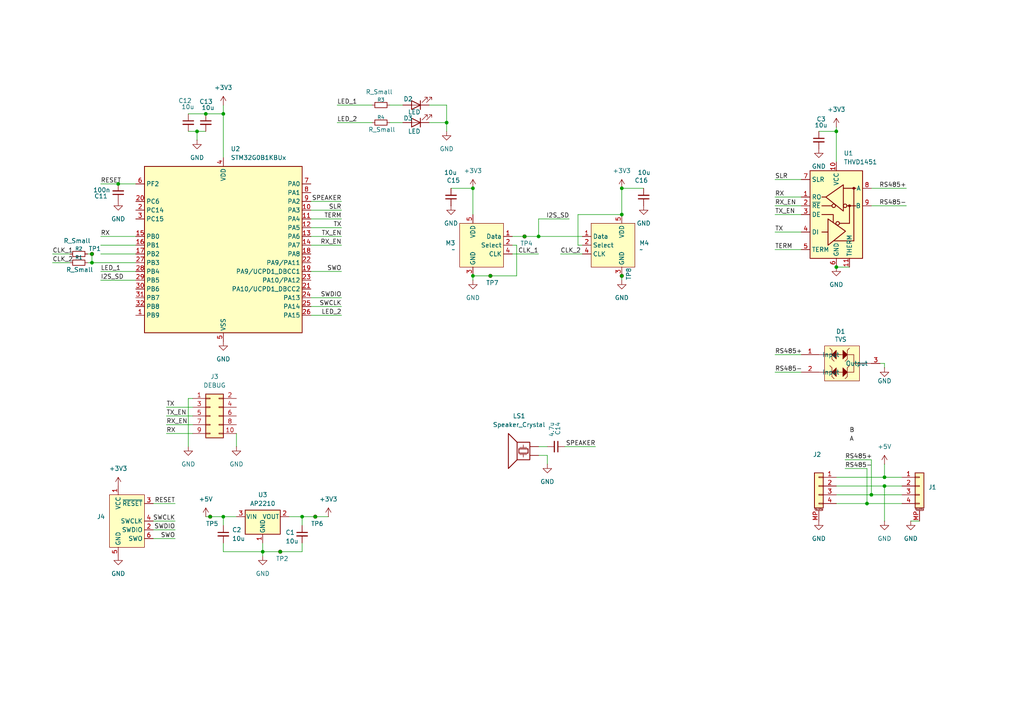
<source format=kicad_sch>
(kicad_sch (version 20250114) (generator "eeschema") (generator_version "9.0")
  (paper "A4")
  (lib_symbols
    (symbol "Connector:Conn_ARM_SWD_TagConnect_TC2030-NL" (in_bom no)
      (property "Reference" "J" (at 2.54 11.43 0))
      (property "Value" "Conn_ARM_SWD_TagConnect_TC2030-NL" (at 2.54 8.89 0))
      (symbol "Conn_ARM_SWD_TagConnect_TC2030-NL_0_0"
        (pin power_in line (at -2.54 10.16 270) (length 2.54) (name "VCC") (number "1"))
        (pin power_in line (at -2.54 -10.16 90) (length 2.54) (name "GND") (number "5"))
        (pin open_collector line (at 7.62 5.08 180) (length 2.54) (name "~{RESET}") (number "3"))
        (pin output line (at 7.62 0 180) (length 2.54) (name "SWCLK") (number "4"))
        (pin bidirectional line (at 7.62 -2.54 180) (length 2.54) (name "SWDIO") (number "2"))
        (pin input line (at 7.62 -5.08 180) (length 2.54) (name "SWO") (number "6"))
      )
      (symbol "Conn_ARM_SWD_TagConnect_TC2030-NL_0_1"
        (rectangle (start -5.08 7.62) (end 5.08 -7.62) (fill (type background)))
      )
    )
    (symbol "Connector:TestPoint_Small" (pin_numbers (hide yes)) (pin_names (offset 0.762) (hide yes))
      (property "Reference" "TP" (at 0 3.81 0))
      (property "Value" "TestPoint_Small" (at 0 2.032 0))
      (symbol "TestPoint_Small_0_1"
        (circle (center 0 0) (radius 0.508))
      )
      (symbol "TestPoint_Small_1_1"
        (pin passive line (at 0 0 90) (length 0) (name "1") (number "1"))
      )
    )
    (symbol "Connector_Generic:Conn_02x05_Odd_Even" (pin_names (offset 1.016) (hide yes))
      (property "Reference" "J" (at 1.27 7.62 0))
      (property "Value" "Conn_02x05_Odd_Even" (at 1.27 -7.62 0))
      (symbol "Conn_02x05_Odd_Even_1_1"
        (rectangle (start -1.27 6.35) (end 3.81 -6.35) (stroke (width 0.254)) (fill (type background)))
        (rectangle (start -1.27 5.207) (end 0 4.953) (stroke (width 0.1524)))
        (rectangle (start -1.27 2.667) (end 0 2.413) (stroke (width 0.1524)))
        (rectangle (start -1.27 0.127) (end 0 -0.127) (stroke (width 0.1524)))
        (rectangle (start -1.27 -2.413) (end 0 -2.667) (stroke (width 0.1524)))
        (rectangle (start -1.27 -4.953) (end 0 -5.207) (stroke (width 0.1524)))
        (rectangle (start 3.81 5.207) (end 2.54 4.953) (stroke (width 0.1524)))
        (rectangle (start 3.81 2.667) (end 2.54 2.413) (stroke (width 0.1524)))
        (rectangle (start 3.81 0.127) (end 2.54 -0.127) (stroke (width 0.1524)))
        (rectangle (start 3.81 -2.413) (end 2.54 -2.667) (stroke (width 0.1524)))
        (rectangle (start 3.81 -4.953) (end 2.54 -5.207) (stroke (width 0.1524)))
        (pin passive line (at -5.08 5.08 0) (length 3.81) (name "Pin_1") (number "1"))
        (pin passive line (at -5.08 2.54 0) (length 3.81) (name "Pin_3") (number "3"))
        (pin passive line (at -5.08 0 0) (length 3.81) (name "Pin_5") (number "5"))
        (pin passive line (at -5.08 -2.54 0) (length 3.81) (name "Pin_7") (number "7"))
        (pin passive line (at -5.08 -5.08 0) (length 3.81) (name "Pin_9") (number "9"))
        (pin passive line (at 7.62 5.08 180) (length 3.81) (name "Pin_2") (number "2"))
        (pin passive line (at 7.62 2.54 180) (length 3.81) (name "Pin_4") (number "4"))
        (pin passive line (at 7.62 0 180) (length 3.81) (name "Pin_6") (number "6"))
        (pin passive line (at 7.62 -2.54 180) (length 3.81) (name "Pin_8") (number "8"))
        (pin passive line (at 7.62 -5.08 180) (length 3.81) (name "Pin_10") (number "10"))
      )
    )
    (symbol "Connector_Generic_MountingPin:Conn_01x04_MountingPin" (pin_names (offset 1.016) (hide yes))
      (property "Reference" "J" (at 0 5.08 0))
      (property "Value" "Conn_01x04_MountingPin" (at 1.27 -7.62 0))
      (symbol "Conn_01x04_MountingPin_1_1"
        (rectangle (start -1.27 3.81) (end 1.27 -6.35) (stroke (width 0.254)) (fill (type background)))
        (rectangle (start -1.27 2.667) (end 0 2.413) (stroke (width 0.1524)))
        (rectangle (start -1.27 0.127) (end 0 -0.127) (stroke (width 0.1524)))
        (rectangle (start -1.27 -2.413) (end 0 -2.667) (stroke (width 0.1524)))
        (rectangle (start -1.27 -4.953) (end 0 -5.207) (stroke (width 0.1524)))
        (polyline (pts (xy -1.016 -7.112) (xy 1.016 -7.112)) (stroke (width 0.1524)))
        (text "Mounting" (at 0 -6.731 0) (effects (font (size 0.381 0.381))))
        (pin passive line (at -5.08 2.54 0) (length 3.81) (name "Pin_1") (number "1"))
        (pin passive line (at -5.08 0 0) (length 3.81) (name "Pin_2") (number "2"))
        (pin passive line (at -5.08 -2.54 0) (length 3.81) (name "Pin_3") (number "3"))
        (pin passive line (at -5.08 -5.08 0) (length 3.81) (name "Pin_4") (number "4"))
        (pin passive line (at 0 -10.16 90) (length 3.048) (name "MountPin") (number "MP"))
      )
    )
    (symbol "Device:C_Small" (pin_numbers (hide yes)) (pin_names (offset 0.254) (hide yes))
      (property "Reference" "C" (at 0.254 1.778 0))
      (property "Value" "C_Small" (at 0.254 -2.032 0))
      (symbol "C_Small_0_1"
        (polyline (pts (xy -1.524 0.508) (xy 1.524 0.508)) (stroke (width 0.3048)))
        (polyline (pts (xy -1.524 -0.508) (xy 1.524 -0.508)) (stroke (width 0.3302)))
      )
      (symbol "C_Small_1_1"
        (pin passive line (at 0 2.54 270) (length 2.032) (name "~") (number "1"))
        (pin passive line (at 0 -2.54 90) (length 2.032) (name "~") (number "2"))
      )
    )
    (symbol "Device:LED" (pin_numbers (hide yes)) (pin_names (offset 1.016) (hide yes))
      (property "Reference" "D" (at 0 2.54 0))
      (property "Value" "LED" (at 0 -2.54 0))
      (symbol "LED_0_1"
        (polyline (pts (xy -3.048 -0.762) (xy -4.572 -2.286) (xy -3.81 -2.286) (xy -4.572 -2.286) (xy -4.572 -1.524)))
        (polyline (pts (xy -1.778 -0.762) (xy -3.302 -2.286) (xy -2.54 -2.286) (xy -3.302 -2.286) (xy -3.302 -1.524)))
        (polyline (pts (xy -1.27 0) (xy 1.27 0)))
        (polyline (pts (xy -1.27 -1.27) (xy -1.27 1.27)) (stroke (width 0.254)))
        (polyline (pts (xy 1.27 -1.27) (xy 1.27 1.27) (xy -1.27 0) (xy 1.27 -1.27)) (stroke (width 0.254)))
      )
      (symbol "LED_1_1"
        (pin passive line (at -3.81 0 0) (length 2.54) (name "K") (number "1"))
        (pin passive line (at 3.81 0 180) (length 2.54) (name "A") (number "2"))
      )
    )
    (symbol "Device:R_Small" (pin_numbers (hide yes)) (pin_names (offset 0.254) (hide yes))
      (property "Reference" "R" (at 0 0 90))
      (property "Value" "R_Small" (at 1.778 0 90))
      (symbol "R_Small_0_1"
        (rectangle (start -0.762 1.778) (end 0.762 -1.778) (stroke (width 0.2032)))
      )
      (symbol "R_Small_1_1"
        (pin passive line (at 0 2.54 270) (length 0.762) (name "~") (number "1"))
        (pin passive line (at 0 -2.54 90) (length 0.762) (name "~") (number "2"))
      )
    )
    (symbol "Device:Speaker_Crystal" (pin_numbers (hide yes)) (pin_names (offset 0) (hide yes))
      (property "Reference" "LS" (at 0.635 5.715 0))
      (property "Value" "Speaker_Crystal" (at 0.635 3.81 0))
      (symbol "Speaker_Crystal_0_0"
        (rectangle (start -2.54 1.27) (end 1.143 -3.81) (stroke (width 0.254)))
        (rectangle (start -2.032 -0.635) (end 0.635 -1.905) (stroke (width 0.254)))
        (polyline (pts (xy -1.651 -0.254) (xy 0.381 -0.254)))
        (polyline (pts (xy -1.651 -2.286) (xy 0.381 -2.286)))
        (polyline (pts (xy -0.635 -0.254) (xy -0.635 0.508)))
        (polyline (pts (xy -0.635 -2.286) (xy -0.635 -3.048)))
        (polyline (pts (xy 1.143 1.27) (xy 3.683 3.81) (xy 3.683 -6.35) (xy 1.143 -3.81)) (stroke (width 0.254)))
      )
      (symbol "Speaker_Crystal_1_1"
        (pin input line (at -5.08 0 0) (length 2.54) (name "1") (number "1"))
        (pin input line (at -5.08 -2.54 0) (length 2.54) (name "2") (number "2"))
      )
    )
    (symbol "MCU_ST_STM32G0:STM32G0B1KBUx"
      (property "Reference" "U" (at -22.86 26.67 0))
      (property "Value" "STM32G0B1KBUx" (at 2.54 26.67 0))
      (symbol "STM32G0B1KBUx_0_1"
        (rectangle (start -22.86 -22.86) (end 22.86 25.4) (stroke (width 0.254)) (fill (type background)))
      )
      (symbol "STM32G0B1KBUx_1_1"
        (pin bidirectional line (at -25.4 20.32 0) (length 2.54) (name "PF2") (number "6"))
        (pin bidirectional line (at -25.4 15.24 0) (length 2.54) (name "PC6") (number "20"))
        (pin bidirectional line (at -25.4 12.7 0) (length 2.54) (name "PC14") (number "2"))
        (pin bidirectional line (at -25.4 10.16 0) (length 2.54) (name "PC15") (number "3"))
        (pin bidirectional line (at -25.4 5.08 0) (length 2.54) (name "PB0") (number "15"))
        (pin bidirectional line (at -25.4 2.54 0) (length 2.54) (name "PB1") (number "16"))
        (pin bidirectional line (at -25.4 0 0) (length 2.54) (name "PB2") (number "17"))
        (pin bidirectional line (at -25.4 -2.54 0) (length 2.54) (name "PB3") (number "27"))
        (pin bidirectional line (at -25.4 -5.08 0) (length 2.54) (name "PB4") (number "28"))
        (pin bidirectional line (at -25.4 -7.62 0) (length 2.54) (name "PB5") (number "29"))
        (pin bidirectional line (at -25.4 -10.16 0) (length 2.54) (name "PB6") (number "30"))
        (pin bidirectional line (at -25.4 -12.7 0) (length 2.54) (name "PB7") (number "31"))
        (pin bidirectional line (at -25.4 -15.24 0) (length 2.54) (name "PB8") (number "32"))
        (pin bidirectional line (at -25.4 -17.78 0) (length 2.54) (name "PB9") (number "1"))
        (pin power_in line (at 0 27.94 270) (length 2.54) (name "VDD") (number "4"))
        (pin passive line (at 0 -25.4 90) (length 2.54) (hide yes) (name "VSS") (number "33"))
        (pin power_in line (at 0 -25.4 90) (length 2.54) (name "VSS") (number "5"))
        (pin bidirectional line (at 25.4 20.32 180) (length 2.54) (name "PA0") (number "7"))
        (pin bidirectional line (at 25.4 17.78 180) (length 2.54) (name "PA1") (number "8"))
        (pin bidirectional line (at 25.4 15.24 180) (length 2.54) (name "PA2") (number "9"))
        (pin bidirectional line (at 25.4 12.7 180) (length 2.54) (name "PA3") (number "10"))
        (pin bidirectional line (at 25.4 10.16 180) (length 2.54) (name "PA4") (number "11"))
        (pin bidirectional line (at 25.4 7.62 180) (length 2.54) (name "PA5") (number "12"))
        (pin bidirectional line (at 25.4 5.08 180) (length 2.54) (name "PA6") (number "13"))
        (pin bidirectional line (at 25.4 2.54 180) (length 2.54) (name "PA7") (number "14"))
        (pin bidirectional line (at 25.4 0 180) (length 2.54) (name "PA8") (number "18"))
        (pin bidirectional line (at 25.4 -2.54 180) (length 2.54) (name "PA9/PA11") (number "22"))
        (pin bidirectional line (at 25.4 -5.08 180) (length 2.54) (name "PA9/UCPD1_DBCC1") (number "19"))
        (pin bidirectional line (at 25.4 -7.62 180) (length 2.54) (name "PA10/PA12") (number "23"))
        (pin bidirectional line (at 25.4 -10.16 180) (length 2.54) (name "PA10/UCPD1_DBCC2") (number "21"))
        (pin bidirectional line (at 25.4 -12.7 180) (length 2.54) (name "PA13") (number "24"))
        (pin bidirectional line (at 25.4 -15.24 180) (length 2.54) (name "PA14") (number "25"))
        (pin bidirectional line (at 25.4 -17.78 180) (length 2.54) (name "PA15") (number "26"))
      )
    )
    (symbol "glv:CDSOT23-T24CAN" (pin_names (offset 1.016))
      (property "Reference" "D1" (at 0 9.271 0))
      (property "Value" "CAN_TVS" (at 0 6.9596 0))
      (symbol "CDSOT23-T24CAN_1_1"
        (rectangle (start -4.6736 5.08) (end 5.4356 -5.08) (fill (type background)))
        (polyline (pts (xy -2.54 3.81) (xy -3.175 4.445)))
        (polyline (pts (xy -2.54 3.81) (xy -2.54 1.27)))
        (polyline (pts (xy -2.54 2.54) (xy -1.905 3.175) (xy -1.905 1.905) (xy -2.54 2.54)) (fill (type outline)))
        (polyline (pts (xy -2.54 2.54) (xy -1.27 3.81) (xy -1.27 1.27) (xy -2.54 2.54)) (fill (type outline)))
        (polyline (pts (xy -2.54 1.27) (xy -1.905 0.635)))
        (polyline (pts (xy -2.54 -1.27) (xy -3.175 -0.635)))
        (polyline (pts (xy -2.54 -1.27) (xy -2.54 -3.81)))
        (polyline (pts (xy -2.54 -2.54) (xy -1.905 -1.905) (xy -1.905 -3.175) (xy -2.54 -2.54)) (fill (type outline)))
        (polyline (pts (xy -2.54 -2.54) (xy -1.27 -1.27) (xy -1.27 -3.81) (xy -2.54 -2.54)) (fill (type outline)))
        (polyline (pts (xy -2.54 -3.81) (xy -1.905 -4.445)))
        (polyline (pts (xy -1.27 2.54) (xy -6.35 2.54)))
        (polyline (pts (xy -1.27 -2.54) (xy -6.35 -2.54)))
        (polyline (pts (xy -0.635 2.54) (xy 1.27 2.54)))
        (polyline (pts (xy -0.635 -2.54) (xy -1.27 -2.54)))
        (polyline (pts (xy -0.635 -2.54) (xy 1.27 -2.54)))
        (polyline (pts (xy 0 2.54) (xy -1.27 2.54)))
        (polyline (pts (xy 1.27 3.175) (xy 1.27 1.905) (xy 1.905 2.54) (xy 1.27 3.175)) (fill (type outline)))
        (polyline (pts (xy 1.27 -2.54) (xy 3.81 -2.54)))
        (polyline (pts (xy 1.27 -2.54) (xy 1.27 -1.905) (xy 1.905 -2.54) (xy 1.27 -3.175) (xy 1.27 -2.54)) (fill (type outline)))
        (polyline (pts (xy 1.905 3.81) (xy 2.54 4.445)))
        (polyline (pts (xy 1.905 2.54) (xy 0.635 3.81) (xy 0.635 1.27) (xy 1.905 2.54)) (fill (type outline)))
        (polyline (pts (xy 1.905 1.27) (xy 1.27 0.635)))
        (polyline (pts (xy 1.905 1.27) (xy 1.905 3.81)))
        (polyline (pts (xy 1.905 -2.54) (xy 0.635 -1.27) (xy 0.635 -3.81) (xy 1.905 -2.54)) (fill (type outline)))
        (polyline (pts (xy 1.905 -3.81) (xy 1.27 -4.445)))
        (polyline (pts (xy 1.905 -3.81) (xy 1.905 -1.27) (xy 2.54 -0.635)))
        (polyline (pts (xy 2.54 -0.635) (xy 2.54 -0.635)))
        (polyline (pts (xy 3.81 2.54) (xy 1.27 2.54)))
        (polyline (pts (xy 3.81 0) (xy 3.81 2.54)))
        (polyline (pts (xy 3.81 0) (xy 3.81 -2.54)))
        (polyline (pts (xy 8.89 0) (xy 3.81 0)))
        (pin input line (at -11.43 2.54 0) (length 5.08) (name "Input") (number "1"))
        (pin input line (at -11.43 -2.54 0) (length 5.08) (name "Input") (number "2"))
        (pin output line (at 11.43 0 180) (length 2.54) (name "Output") (number "3"))
      )
    )
    (symbol "goatworks:AP2210" (pin_names (offset 0.254))
      (property "Reference" "U3" (at 0 6.35 0))
      (property "Value" "AP2210" (at 0 3.81 0))
      (symbol "AP2210_0_1"
        (rectangle (start -5.08 1.905) (end 5.08 -5.08) (stroke (width 0.254)) (fill (type background)))
      )
      (symbol "AP2210_1_1"
        (pin power_in line (at -7.62 0 0) (length 2.54) (name "VIN") (number "3"))
        (pin power_in line (at 0 -7.62 90) (length 2.54) (name "GND") (number "1"))
        (pin power_out line (at 7.62 0 180) (length 2.54) (name "VOUT") (number "2"))
      )
    )
    (symbol "goatworks:T3902"
      (property "Reference" "M" (at -4.826 0 0))
      (symbol "T3902_1_1"
        (rectangle (start -6.35 6.35) (end 6.35 -6.35) (fill (type background)))
        (pin input line (at -2.54 8.89 270) (length 2.54) (name "VDD") (number "5"))
        (pin input line (at -2.54 -8.89 90) (length 2.54) (name "GND") (number "3"))
        (pin output line (at 8.89 2.54 180) (length 2.54) (name "Data") (number "1"))
        (pin input line (at 8.89 0 180) (length 2.54) (name "Select") (number "2"))
        (pin input line (at 8.89 -2.54 180) (length 2.54) (name "CLK") (number "4"))
      )
    )
    (symbol "goatworks:THVD1451"
      (property "Reference" "U" (at -6.985 13.97 0))
      (property "Value" "THVD1451" (at 1.905 13.97 0))
      (symbol "THVD1451_0_1"
        (rectangle (start -7.62 12.7) (end 7.62 -12.7) (stroke (width 0.254)) (fill (type background)))
        (polyline (pts (xy -4.191 2.54) (xy -1.27 2.54)) (stroke (width 0.254)))
        (polyline (pts (xy -4.191 0) (xy -0.889 0) (xy -0.889 -2.286)) (stroke (width 0.254)))
        (polyline (pts (xy -3.175 5.08) (xy -4.191 5.08) (xy -4.064 5.08)) (stroke (width 0.254)))
        (polyline (pts (xy -2.54 -5.08) (xy -4.191 -5.08)) (stroke (width 0.254)))
        (polyline (pts (xy -2.413 -5.08) (xy -2.413 -1.27) (xy 2.667 -4.826) (xy -2.413 -8.89) (xy -2.413 -5.08)) (stroke (width 0.254)))
        (polyline (pts (xy -0.635 -7.62) (xy 5.08 -7.62)) (stroke (width 0.254)))
        (circle (center 0.381 -2.54) (radius 0.508) (stroke (width 0.254)))
        (polyline (pts (xy 0.889 -2.54) (xy 3.81 -2.54)) (stroke (width 0.254)))
        (polyline (pts (xy 2.032 7.62) (xy 5.715 7.62)) (stroke (width 0.254)))
        (polyline (pts (xy 3.048 2.54) (xy 5.715 2.54)) (stroke (width 0.254)))
        (circle (center 3.81 2.54) (radius 0.2794) (stroke (width 0.254)) (fill (type outline)))
        (polyline (pts (xy 3.81 -2.54) (xy 3.81 2.54)) (stroke (width 0.254)))
        (polyline (pts (xy 5.08 -7.62) (xy 5.08 7.62)) (stroke (width 0.254)))
      )
      (symbol "THVD1451_1_1"
        (circle (center -0.762 2.54) (radius 0.508) (stroke (width 0.254)))
        (polyline (pts (xy 2.032 4.826) (xy 2.032 8.636) (xy -3.048 5.08) (xy 2.032 1.016) (xy 2.032 4.826)) (stroke (width 0.254)))
        (circle (center 2.54 2.54) (radius 0.508) (stroke (width 0.254)))
        (circle (center 5.08 7.62) (radius 0.2794) (stroke (width 0.254)) (fill (type outline)))
        (pin input line (at -10.16 10.16 0) (length 2.54) (name "SLR") (number "7"))
        (pin output line (at -10.16 5.08 0) (length 2.54) (name "RO") (number "1"))
        (pin input line (at -10.16 2.54 0) (length 2.54) (name "~{RE}") (number "2"))
        (pin input line (at -10.16 0 0) (length 2.54) (name "DE") (number "3"))
        (pin input line (at -10.16 -5.08 0) (length 2.54) (name "DI") (number "4"))
        (pin input line (at -10.16 -10.16 0) (length 2.54) (name "TERM") (number "5"))
        (pin power_in line (at 0 15.24 270) (length 2.54) (name "VCC") (number "10"))
        (pin power_in line (at 0 -15.24 90) (length 2.54) (name "GND") (number "6"))
        (pin power_in line (at 3.81 -15.24 90) (length 2.54) (name "THERM") (number "11"))
        (pin bidirectional line (at 10.16 7.62 180) (length 2.54) (name "A") (number "8"))
        (pin bidirectional line (at 10.16 2.54 180) (length 2.54) (name "B") (number "9"))
      )
    )
    (symbol "power:+3V3" (power) (pin_numbers (hide yes)) (pin_names (offset 0) (hide yes))
      (property "Value" "+3V3" (at 0 3.556 0))
      (symbol "+3V3_0_1"
        (polyline (pts (xy -0.762 1.27) (xy 0 2.54)))
        (polyline (pts (xy 0 2.54) (xy 0.762 1.27)))
        (polyline (pts (xy 0 0) (xy 0 2.54)))
      )
      (symbol "+3V3_1_1"
        (pin power_in line (at 0 0 90) (length 0) (name "~") (number "1"))
      )
    )
    (symbol "power:+5V" (power) (pin_numbers (hide yes)) (pin_names (offset 0) (hide yes))
      (property "Value" "+5V" (at 0 3.556 0))
      (symbol "+5V_0_1"
        (polyline (pts (xy -0.762 1.27) (xy 0 2.54)))
        (polyline (pts (xy 0 2.54) (xy 0.762 1.27)))
        (polyline (pts (xy 0 0) (xy 0 2.54)))
      )
      (symbol "+5V_1_1"
        (pin power_in line (at 0 0 90) (length 0) (name "~") (number "1"))
      )
    )
    (symbol "power:GND" (power) (pin_numbers (hide yes)) (pin_names (offset 0) (hide yes))
      (property "Value" "GND" (at 0 -3.81 0))
      (symbol "GND_0_1"
        (polyline (pts (xy 0 0) (xy 0 -1.27) (xy 1.27 -1.27) (xy 0 -2.54) (xy -1.27 -1.27) (xy 0 -1.27)))
      )
      (symbol "GND_1_1"
        (pin power_in line (at 0 0 270) (length 0) (name "~") (number "1"))
      )
    )
  )
  (junction (at 180.34 54.61))
  (junction (at 76.2 160.02))
  (junction (at 57.15 38.1))
  (junction (at 129.54 35.56))
  (junction (at 242.57 38.1))
  (junction (at 64.77 33.02))
  (junction (at 256.54 140.97))
  (junction (at 137.16 54.61))
  (junction (at 26.67 76.2))
  (junction (at 256.54 138.43))
  (junction (at 91.44 149.86))
  (junction (at 87.63 149.86))
  (junction (at 142.24 80.01))
  (junction (at 81.28 160.02))
  (junction (at 180.34 62.23))
  (junction (at 156.21 68.58))
  (junction (at 251.46 146.05))
  (junction (at 34.29 53.34))
  (junction (at 242.57 77.47))
  (junction (at 59.69 33.02))
  (junction (at 64.77 149.86))
  (junction (at 60.96 149.86))
  (junction (at 137.16 80.01))
  (junction (at 180.34 80.01))
  (junction (at 152.146 68.58))
  (junction (at 252.73 143.51))
  (junction (at 26.67 73.66))
  (wire (pts (xy 124.46 35.56) (xy 129.54 35.56)))
  (wire (pts (xy 81.28 160.02) (xy 87.63 160.02)))
  (wire (pts (xy 256.54 140.97) (xy 261.62 140.97)))
  (wire (pts (xy 252.73 133.35) (xy 252.73 143.51)))
  (wire (pts (xy 162.56 73.66) (xy 168.91 73.66)))
  (wire (pts (xy 59.69 149.86) (xy 60.96 149.86)))
  (wire (pts (xy 137.16 54.61) (xy 137.16 62.23)))
  (wire (pts (xy 242.57 146.05) (xy 251.46 146.05)))
  (wire (pts (xy 242.57 77.47) (xy 246.38 77.47)))
  (wire (pts (xy 252.73 143.51) (xy 261.62 143.51)))
  (wire (pts (xy 76.2 157.48) (xy 76.2 160.02)))
  (wire (pts (xy 26.67 73.66) (xy 26.67 76.2)))
  (wire (pts (xy 224.79 107.95) (xy 232.41 107.95)))
  (wire (pts (xy 237.49 38.1) (xy 242.57 38.1)))
  (wire (pts (xy 57.15 38.1) (xy 59.69 38.1)))
  (wire (pts (xy 48.26 120.65) (xy 55.88 120.65)))
  (wire (pts (xy 15.24 76.2) (xy 20.32 76.2)))
  (wire (pts (xy 158.75 129.54) (xy 156.21 129.54)))
  (wire (pts (xy 242.57 36.83) (xy 242.57 38.1)))
  (wire (pts (xy 64.77 149.86) (xy 64.77 152.4)))
  (wire (pts (xy 83.82 149.86) (xy 87.63 149.86)))
  (wire (pts (xy 76.2 160.02) (xy 81.28 160.02)))
  (wire (pts (xy 59.69 33.02) (xy 64.77 33.02)))
  (wire (pts (xy 167.64 71.12) (xy 168.91 71.12)))
  (wire (pts (xy 48.26 118.11) (xy 55.88 118.11)))
  (wire (pts (xy 87.63 157.48) (xy 87.63 160.02)))
  (wire (pts (xy 256.54 138.43) (xy 261.62 138.43)))
  (wire (pts (xy 29.21 71.12) (xy 39.37 71.12)))
  (wire (pts (xy 113.03 35.56) (xy 116.84 35.56)))
  (wire (pts (xy 48.26 125.73) (xy 55.88 125.73)))
  (wire (pts (xy 15.24 73.66) (xy 20.32 73.66)))
  (wire (pts (xy 29.21 81.28) (xy 39.37 81.28)))
  (wire (pts (xy 64.77 157.48) (xy 64.77 160.02)))
  (wire (pts (xy 148.59 68.58) (xy 152.146 68.58)))
  (wire (pts (xy 130.81 54.61) (xy 137.16 54.61)))
  (wire (pts (xy 245.11 133.35) (xy 252.73 133.35)))
  (wire (pts (xy 242.57 38.1) (xy 242.57 46.99)))
  (wire (pts (xy 97.79 35.56) (xy 107.95 35.56)))
  (wire (pts (xy 224.79 59.69) (xy 232.41 59.69)))
  (wire (pts (xy 224.79 102.87) (xy 232.41 102.87)))
  (wire (pts (xy 90.17 66.04) (xy 99.06 66.04)))
  (wire (pts (xy 29.21 73.66) (xy 39.37 73.66)))
  (wire (pts (xy 90.17 68.58) (xy 99.06 68.58)))
  (wire (pts (xy 90.17 60.96) (xy 99.06 60.96)))
  (wire (pts (xy 90.17 78.74) (xy 99.06 78.74)))
  (wire (pts (xy 242.57 140.97) (xy 256.54 140.97)))
  (wire (pts (xy 60.96 149.86) (xy 64.77 149.86)))
  (wire (pts (xy 68.58 129.54) (xy 68.58 125.73)))
  (wire (pts (xy 251.46 135.89) (xy 251.46 146.05)))
  (wire (pts (xy 48.26 123.19) (xy 55.88 123.19)))
  (wire (pts (xy 167.64 62.23) (xy 180.34 62.23)))
  (wire (pts (xy 252.73 54.61) (xy 262.89 54.61)))
  (wire (pts (xy 224.79 67.31) (xy 232.41 67.31)))
  (wire (pts (xy 256.54 134.62) (xy 256.54 138.43)))
  (wire (pts (xy 25.4 76.2) (xy 26.67 76.2)))
  (wire (pts (xy 156.21 63.5) (xy 156.21 68.58)))
  (wire (pts (xy 90.17 58.42) (xy 99.06 58.42)))
  (wire (pts (xy 242.57 143.51) (xy 252.73 143.51)))
  (wire (pts (xy 156.21 68.58) (xy 168.91 68.58)))
  (wire (pts (xy 90.17 91.44) (xy 99.06 91.44)))
  (wire (pts (xy 90.17 88.9) (xy 99.06 88.9)))
  (wire (pts (xy 54.61 33.02) (xy 59.69 33.02)))
  (wire (pts (xy 256.54 106.68) (xy 256.54 105.41)))
  (wire (pts (xy 180.34 81.28) (xy 180.34 80.01)))
  (wire (pts (xy 64.77 160.02) (xy 76.2 160.02)))
  (wire (pts (xy 251.46 146.05) (xy 261.62 146.05)))
  (wire (pts (xy 180.34 54.61) (xy 186.69 54.61)))
  (wire (pts (xy 172.72 129.54) (xy 163.83 129.54)))
  (wire (pts (xy 50.8 156.21) (xy 44.45 156.21)))
  (wire (pts (xy 64.77 33.02) (xy 64.77 45.72)))
  (wire (pts (xy 54.61 38.1) (xy 57.15 38.1)))
  (wire (pts (xy 50.8 153.67) (xy 44.45 153.67)))
  (wire (pts (xy 29.21 68.58) (xy 39.37 68.58)))
  (wire (pts (xy 91.44 149.86) (xy 95.25 149.86)))
  (wire (pts (xy 137.16 80.01) (xy 137.16 81.28)))
  (wire (pts (xy 29.21 78.74) (xy 39.37 78.74)))
  (wire (pts (xy 167.64 62.23) (xy 167.64 71.12)))
  (wire (pts (xy 76.2 160.02) (xy 76.2 161.29)))
  (wire (pts (xy 156.21 73.66) (xy 148.59 73.66)))
  (wire (pts (xy 97.79 30.48) (xy 107.95 30.48)))
  (wire (pts (xy 57.15 38.1) (xy 57.15 40.64)))
  (wire (pts (xy 156.21 132.08) (xy 158.75 132.08)))
  (wire (pts (xy 64.77 30.48) (xy 64.77 33.02)))
  (wire (pts (xy 129.54 30.48) (xy 129.54 35.56)))
  (wire (pts (xy 87.63 149.86) (xy 91.44 149.86)))
  (wire (pts (xy 242.57 138.43) (xy 256.54 138.43)))
  (wire (pts (xy 54.61 115.57) (xy 54.61 129.54)))
  (wire (pts (xy 26.67 73.66) (xy 25.4 73.66)))
  (wire (pts (xy 266.7 151.13) (xy 264.16 151.13)))
  (wire (pts (xy 90.17 86.36) (xy 99.06 86.36)))
  (wire (pts (xy 256.54 140.97) (xy 256.54 151.13)))
  (wire (pts (xy 54.61 115.57) (xy 55.88 115.57)))
  (wire (pts (xy 29.21 53.34) (xy 34.29 53.34)))
  (wire (pts (xy 50.8 151.13) (xy 44.45 151.13)))
  (wire (pts (xy 256.54 105.41) (xy 255.27 105.41)))
  (wire (pts (xy 113.03 30.48) (xy 116.84 30.48)))
  (wire (pts (xy 90.17 71.12) (xy 99.06 71.12)))
  (wire (pts (xy 252.73 59.69) (xy 262.89 59.69)))
  (wire (pts (xy 124.46 30.48) (xy 129.54 30.48)))
  (wire (pts (xy 50.8 146.05) (xy 44.45 146.05)))
  (wire (pts (xy 129.54 35.56) (xy 129.54 38.1)))
  (wire (pts (xy 224.79 57.15) (xy 232.41 57.15)))
  (wire (pts (xy 158.75 132.08) (xy 158.75 134.62)))
  (wire (pts (xy 148.59 71.12) (xy 149.86 71.12)))
  (wire (pts (xy 224.79 52.07) (xy 232.41 52.07)))
  (wire (pts (xy 142.24 80.01) (xy 149.86 80.01)))
  (wire (pts (xy 64.77 149.86) (xy 68.58 149.86)))
  (wire (pts (xy 137.16 80.01) (xy 142.24 80.01)))
  (wire (pts (xy 26.67 76.2) (xy 39.37 76.2)))
  (wire (pts (xy 180.34 54.61) (xy 180.34 62.23)))
  (wire (pts (xy 152.146 68.58) (xy 156.21 68.58)))
  (wire (pts (xy 224.79 62.23) (xy 232.41 62.23)))
  (wire (pts (xy 149.86 71.12) (xy 149.86 80.01)))
  (wire (pts (xy 245.11 135.89) (xy 251.46 135.89)))
  (wire (pts (xy 224.79 72.39) (xy 232.41 72.39)))
  (wire (pts (xy 87.63 149.86) (xy 87.63 152.4)))
  (wire (pts (xy 156.21 63.5) (xy 165.1 63.5)))
  (wire (pts (xy 34.29 53.34) (xy 39.37 53.34)))
  (wire (pts (xy 99.06 63.5) (xy 90.17 63.5)))
  (label "LED_1" (at 29.21 78.74 0))
  (label "I2S_SD" (at 165.1 63.5 180))
  (label "RS485+" (at 262.89 54.61 180))
  (label "RX_EN" (at 224.79 59.69 0))
  (label "SWO" (at 99.06 78.74 180))
  (label "SPEAKER" (at 99.06 58.42 180))
  (label "TERM" (at 224.79 72.39 0))
  (label "RX_EN" (at 48.26 123.19 0))
  (label "RESET" (at 29.21 53.34 0))
  (label "TX_EN" (at 224.79 62.23 0))
  (label "RS485+" (at 245.11 133.35 0))
  (label "SWCLK" (at 50.8 151.13 180))
  (label "RS485+" (at 224.79 102.87 0))
  (label "B" (at 246.38 125.73 0))
  (label "RX" (at 48.26 125.73 0))
  (label "RX_EN" (at 99.06 71.12 180))
  (label "I2S_SD" (at 29.21 81.28 0))
  (label "SWCLK" (at 99.06 88.9 180))
  (label "A" (at 246.38 128.27 0))
  (label "TERM" (at 99.06 63.5 180))
  (label "SWDIO" (at 50.8 153.67 180))
  (label "SWO" (at 50.8 156.21 180))
  (label "SWDIO" (at 99.06 86.36 180))
  (label "CLK_1" (at 15.24 73.66 0))
  (label "RS485-" (at 262.89 59.69 180))
  (label "CLK_2" (at 15.24 76.2 0))
  (label "SLR" (at 99.06 60.96 180))
  (label "LED_1" (at 97.79 30.48 0))
  (label "TX" (at 99.06 66.04 180))
  (label "TX_EN" (at 99.06 68.58 180))
  (label "TX" (at 48.26 118.11 0))
  (label "CLK_1" (at 156.21 73.66 180))
  (label "RS485-" (at 224.79 107.95 0))
  (label "SLR" (at 224.79 52.07 0))
  (label "RESET" (at 50.8 146.05 180))
  (label "RX" (at 29.21 68.58 0))
  (label "TX_EN" (at 48.26 120.65 0))
  (label "RS485-" (at 245.11 135.89 0))
  (label "SPEAKER" (at 172.72 129.54 180))
  (label "LED_2" (at 99.06 91.44 180))
  (label "CLK_2" (at 162.56 73.66 0))
  (label "TX" (at 224.79 67.31 0))
  (label "LED_2" (at 97.79 35.56 0))
  (label "RX" (at 224.79 57.15 0))
  (symbol (lib_id "Connector_Generic_MountingPin:Conn_01x04_MountingPin") (at 237.49 140.97 0) (mirror y) (unit 1)
    (property "Reference" "J2" (at 236.982 131.826 0))
    (property "Value" "Conn_01x04_MountingPin" (effects (hide yes)))
    (property "Footprint" "goatworks-footprint-library:CONN04_5055670471_MOL" (effects (hide yes)))
    (property "Description" "Generic connectable mounting pin connector, single row, 01x04, script generated (kicad-library-utils/schlib/autogen/connector/)" (effects (hide yes)))
  )
  (symbol (lib_id "Device:R_Small") (at 22.86 76.2 90) (unit 1)
    (property "Reference" "R1" (at 22.86 74.676 90) (effects (font (size 1.016 1.016))))
    (property "Value" "R_Small" (at 23.114 78.232 90))
    (property "Footprint" "Resistor_SMD:R_0402_1005Metric" (effects (hide yes)))
    (property "Description" "Resistor, small symbol" (effects (hide yes)))
  )
  (symbol (lib_id "power:GND") (at 34.29 161.29 0) (unit 1)
    (property "Reference" "#PWR012" (effects (hide yes)))
    (property "Value" "GND" (at 34.29 166.37 0))
    (property "Description" "Power symbol creates a global label with name \"GND\" , ground" (effects (hide yes)))
  )
  (symbol (lib_id "power:GND") (at 68.58 129.54 0) (unit 1)
    (property "Reference" "#PWR019" (effects (hide yes)))
    (property "Value" "GND" (at 68.58 134.62 0))
    (property "Description" "Power symbol creates a global label with name \"GND\" , ground" (effects (hide yes)))
  )
  (symbol (lib_id "power:GND") (at 54.61 129.54 0) (unit 1)
    (property "Reference" "#PWR018" (effects (hide yes)))
    (property "Value" "GND" (at 54.61 134.62 0))
    (property "Description" "Power symbol creates a global label with name \"GND\" , ground" (effects (hide yes)))
  )
  (symbol (lib_id "Connector:TestPoint_Small") (at 60.96 149.86 0) (unit 1)
    (property "Reference" "TP5" (at 59.69 151.892 0) (effects (justify left)))
    (property "Value" "5V" (effects (hide yes)))
    (property "Footprint" "goatworks-footprint-library:tp-ev24" (effects (hide yes)))
    (property "Description" "test point" (effects (hide yes)))
  )
  (symbol (lib_id "Device:LED") (at 120.65 30.48 180) (unit 1)
    (property "Reference" "D2" (at 118.364 28.702 0))
    (property "Value" "LED" (at 120.142 32.512 0))
    (property "Footprint" "Diode_SMD:D_0402_1005Metric" (effects (hide yes)))
    (property "Description" "Light emitting diode" (effects (hide yes)))
    (property "Sim.Pins" "1=K 2=A" (effects (hide yes)))
  )
  (symbol (lib_id "MCU_ST_STM32G0:STM32G0B1KBUx") (at 64.77 73.66 0) (unit 1)
    (property "Reference" "U2" (at 66.9133 43.18 0) (effects (justify left)))
    (property "Value" "STM32G0B1KBUx" (at 66.9133 45.72 0) (effects (justify left)))
    (property "Footprint" "Package_DFN_QFN:QFN-32-1EP_5x5mm_P0.5mm_EP3.45x3.45mm" (effects (hide yes)))
    (property "Datasheet" "https://www.st.com/resource/en/datasheet/stm32g0b1kb.pdf" (effects (hide yes)))
    (property "Description" "STMicroelectronics Arm Cortex-M0+ MCU, 128KB flash, 144KB RAM, 64 MHz, 1.7-3.6V, 30 GPIO, UFQFPN32" (effects (hide yes)))
  )
  (symbol (lib_id "power:+3V3") (at 180.34 54.61 0) (unit 1)
    (property "Reference" "#PWR026" (effects (hide yes)))
    (property "Value" "+3V3" (at 180.34 49.53 0))
    (property "Description" "Power symbol creates a global label with name \"+3V3\"" (effects (hide yes)))
  )
  (symbol (lib_id "power:GND") (at 76.2 161.29 0) (unit 1)
    (property "Reference" "#PWR09" (effects (hide yes)))
    (property "Value" "GND" (at 76.2 166.37 0))
    (property "Description" "Power symbol creates a global label with name \"GND\" , ground" (effects (hide yes)))
  )
  (symbol (lib_id "power:+5V") (at 59.69 149.86 0) (unit 1)
    (property "Reference" "#PWR010" (effects (hide yes)))
    (property "Value" "+5V" (at 59.69 144.78 0))
    (property "Description" "Power symbol creates a global label with name \"+5V\"" (effects (hide yes)))
  )
  (symbol (lib_id "Device:LED") (at 120.65 35.56 180) (unit 1)
    (property "Reference" "D3" (at 118.364 34.29 0))
    (property "Value" "LED" (at 120.142 38.1 0))
    (property "Footprint" "Diode_SMD:D_0402_1005Metric" (effects (hide yes)))
    (property "Description" "Light emitting diode" (effects (hide yes)))
    (property "Sim.Pins" "1=K 2=A" (effects (hide yes)))
  )
  (symbol (lib_id "power:GND") (at 256.54 151.13 0) (unit 1)
    (property "Reference" "#PWR04" (effects (hide yes)))
    (property "Value" "GND" (at 256.54 156.21 0))
    (property "Description" "Power symbol creates a global label with name \"GND\" , ground" (effects (hide yes)))
  )
  (symbol (lib_id "Device:C_Small") (at 59.69 35.56 0) (mirror y) (unit 1)
    (property "Reference" "C13" (at 61.722 29.464 0) (effects (justify left)))
    (property "Value" "10u" (at 62.23 31.242 0) (effects (justify left)))
    (property "Footprint" "Capacitor_SMD:C_0603_1608Metric" (effects (hide yes)))
    (property "Description" "Unpolarized capacitor, small symbol" (effects (hide yes)))
  )
  (symbol (lib_id "power:GND") (at 34.29 58.42 0) (unit 1)
    (property "Reference" "#PWR023" (effects (hide yes)))
    (property "Value" "GND" (at 34.29 63.5 0))
    (property "Description" "Power symbol creates a global label with name \"GND\" , ground" (effects (hide yes)))
  )
  (symbol (lib_id "Device:R_Small") (at 22.86 73.66 90) (unit 1)
    (property "Reference" "R2" (at 22.86 72.136 90) (effects (font (size 1.016 1.016))))
    (property "Value" "R_Small" (at 22.352 69.85 90))
    (property "Footprint" "Resistor_SMD:R_0402_1005Metric" (effects (hide yes)))
    (property "Description" "Resistor, small symbol" (effects (hide yes)))
  )
  (symbol (lib_id "Connector_Generic:Conn_02x05_Odd_Even") (at 60.96 120.65 0) (unit 1)
    (property "Reference" "J3" (at 62.23 109.22 0))
    (property "Value" "DEBUG" (at 62.23 111.76 0))
    (property "Footprint" "PinHeader_2x05_P1.27mm_Vertical_SMD" (effects (hide yes)))
    (property "Description" "Generic connector, double row, 02x05, odd/even pin numbering scheme (row 1 odd numbers, row 2 even numbers), script generated (kicad-library-utils/schlib/autogen/connector/)" (effects (hide yes)))
  )
  (symbol (lib_id "power:+3V3") (at 64.77 30.48 0) (unit 1)
    (property "Reference" "#PWR07" (effects (hide yes)))
    (property "Value" "+3V3" (at 64.77 25.4 0))
    (property "Description" "Power symbol creates a global label with name \"+3V3\"" (effects (hide yes)))
  )
  (symbol (lib_id "power:+5V") (at 256.54 134.62 0) (unit 1)
    (property "Reference" "#PWR01" (effects (hide yes)))
    (property "Value" "+5V" (at 256.54 129.54 0))
    (property "Description" "Power symbol creates a global label with name \"+5V\"" (effects (hide yes)))
  )
  (symbol (lib_id "power:+3V3") (at 137.16 54.61 0) (unit 1)
    (property "Reference" "#PWR015" (effects (hide yes)))
    (property "Value" "+3V3" (at 137.16 49.53 0))
    (property "Description" "Power symbol creates a global label with name \"+3V3\"" (effects (hide yes)))
  )
  (symbol (lib_id "Connector:TestPoint_Small") (at 152.146 68.58 0) (unit 1)
    (property "Reference" "TP4" (at 150.876 70.612 0) (effects (justify left)))
    (property "Value" "SD" (effects (hide yes)))
    (property "Footprint" "goatworks-footprint-library:tp-ev24" (effects (hide yes)))
    (property "Description" "test point" (effects (hide yes)))
  )
  (symbol (lib_id "Connector:TestPoint_Small") (at 180.34 80.01 90) (unit 1)
    (property "Reference" "TP8" (at 182.372 81.28 0) (effects (justify left)))
    (property "Value" "GND" (effects (hide yes)))
    (property "Footprint" "goatworks-footprint-library:tp-ev24" (effects (hide yes)))
    (property "Description" "test point" (effects (hide yes)))
  )
  (symbol (lib_id "power:GND") (at 186.69 59.69 0) (unit 1)
    (property "Reference" "#PWR029" (effects (hide yes)))
    (property "Value" "GND" (at 186.69 64.77 0))
    (property "Description" "Power symbol creates a global label with name \"GND\" , ground" (effects (hide yes)))
  )
  (symbol (lib_id "Connector:TestPoint_Small") (at 91.44 149.86 0) (unit 1)
    (property "Reference" "TP6" (at 90.17 151.892 0) (effects (justify left)))
    (property "Value" "3V3" (effects (hide yes)))
    (property "Footprint" "goatworks-footprint-library:tp-ev24" (effects (hide yes)))
    (property "Description" "test point" (effects (hide yes)))
  )
  (symbol (lib_id "power:GND") (at 129.54 38.1 0) (unit 1)
    (property "Reference" "#PWR020" (effects (hide yes)))
    (property "Value" "GND" (at 129.54 43.18 0))
    (property "Description" "Power symbol creates a global label with name \"GND\" , ground" (effects (hide yes)))
  )
  (symbol (lib_id "power:GND") (at 137.16 81.28 0) (unit 1)
    (property "Reference" "#PWR014" (effects (hide yes)))
    (property "Value" "GND" (at 137.16 86.36 0))
    (property "Description" "Power symbol creates a global label with name \"GND\" , ground" (effects (hide yes)))
  )
  (symbol (lib_id "Device:Speaker_Crystal") (at 151.13 132.08 180) (unit 1)
    (property "Reference" "LS1" (at 150.5585 120.65 0))
    (property "Value" "Speaker_Crystal" (at 150.5585 123.19 0))
    (property "Footprint" "goatworks-footprint-library:PKMCS0909E4000-R1" (effects (hide yes)))
    (property "Datasheet" "https://www.murata.com/~/media/webrenewal/products/sound/sounder/vppt-buzj083-d.ashx" (effects (hide yes)))
    (property "Description" "Crystal speaker/transducer" (effects (hide yes)))
  )
  (symbol (lib_id "Device:C_Small") (at 237.49 40.64 0) (mirror y) (unit 1)
    (property "Reference" "C3" (at 239.522 34.544 0) (effects (justify left)))
    (property "Value" "10u" (at 240.03 36.322 0) (effects (justify left)))
    (property "Footprint" "Capacitor_SMD:C_0402_1005Metric" (effects (hide yes)))
    (property "Description" "Unpolarized capacitor, small symbol" (effects (hide yes)))
  )
  (symbol (lib_id "power:GND") (at 64.77 99.06 0) (unit 1)
    (property "Reference" "#PWR025" (effects (hide yes)))
    (property "Value" "GND" (at 64.77 104.14 0))
    (property "Description" "Power symbol creates a global label with name \"GND\" , ground" (effects (hide yes)))
  )
  (symbol (lib_id "power:GND") (at 242.57 77.47 0) (unit 1)
    (property "Reference" "#PWR017" (effects (hide yes)))
    (property "Value" "GND" (at 242.57 82.55 0))
    (property "Description" "Power symbol creates a global label with name \"GND\" , ground" (effects (hide yes)))
  )
  (symbol (lib_id "Device:C_Small") (at 54.61 35.56 0) (mirror y) (unit 1)
    (property "Reference" "C12" (at 55.626 29.21 0) (effects (justify left)))
    (property "Value" "10u" (at 56.388 30.988 0) (effects (justify left)))
    (property "Footprint" "Capacitor_SMD:C_0402_1005Metric" (effects (hide yes)))
    (property "Description" "Unpolarized capacitor, small symbol" (effects (hide yes)))
  )
  (symbol (lib_id "Connector:Conn_ARM_SWD_TagConnect_TC2030-NL") (at 36.83 151.13 0) (unit 1) (in_bom no)
    (property "Reference" "J4" (at 30.48 149.8599 0) (effects (justify right)))
    (property "Value" "Conn_ARM_SWD_TagConnect_TC2030-NL" (effects (hide yes)))
    (property "Footprint" "Connector:Tag-Connect_TC2030-IDC-NL_2x03_P1.27mm_Vertical" (effects (hide yes)))
    (property "Datasheet" "https://www.tag-connect.com/wp-content/uploads/bsk-pdf-manager/TC2030-CTX_1.pdf" (effects (hide yes)))
    (property "Description" "Tag-Connect ARM Cortex SWD JTAG connector, 6 pin, no legs" (effects (hide yes)))
  )
  (symbol (lib_id "goatworks:AP2210") (at 76.2 149.86 0) (unit 1)
    (property "Reference" "U3" (at 76.2 143.51 0))
    (property "Value" "AP2210" (at 76.2 146.05 0))
    (property "Footprint" "Package_TO_SOT_SMD:SOT-23-3" (effects (hide yes)))
    (property "Datasheet" "https://www.diodes.com/assets/Datasheets/AP2210.pdf" (effects (hide yes)))
    (property "IPN" "ICS-0016-AZE" (effects (hide yes)))
  )
  (symbol (lib_id "power:+3V3") (at 95.25 149.86 0) (unit 1)
    (property "Reference" "#PWR08" (effects (hide yes)))
    (property "Value" "+3V3" (at 95.25 144.78 0))
    (property "Description" "Power symbol creates a global label with name \"+3V3\"" (effects (hide yes)))
  )
  (symbol (lib_id "glv:CDSOT23-T24CAN") (at 243.84 105.41 0) (unit 1)
    (property "Reference" "D1" (at 243.84 96.139 0))
    (property "Value" "TVS" (at 243.84 98.4504 0))
    (property "Footprint" "Package_TO_SOT_SMD:SOT-23-3" (effects (hide yes)))
    (property "LCSC" "C32677" (effects (hide yes)))
  )
  (symbol (lib_id "power:GND") (at 237.49 151.13 0) (unit 1)
    (property "Reference" "#PWR03" (effects (hide yes)))
    (property "Value" "GND" (at 237.49 156.21 0))
    (property "Description" "Power symbol creates a global label with name \"GND\" , ground" (effects (hide yes)))
  )
  (symbol (lib_id "power:+3V3") (at 34.29 140.97 0) (unit 1)
    (property "Reference" "#PWR011" (effects (hide yes)))
    (property "Value" "+3V3" (at 34.29 135.89 0))
    (property "Description" "Power symbol creates a global label with name \"+3V3\"" (effects (hide yes)))
  )
  (symbol (lib_id "goatworks:T3902") (at 139.7 71.12 0) (unit 1)
    (property "Reference" "M3" (at 132.08 70.4849 0) (effects (justify right)))
    (property "Value" "~" (at 132.08 72.39 0) (effects (justify right)))
    (property "Footprint" "goatworks-footprint-library:T3902" (effects (hide yes)))
    (property "Datasheet" "https://invensense.tdk.com/wp-content/uploads/2020/05/DS-000357-T3902-v1.0.pdf" (effects (hide yes)))
  )
  (symbol (lib_id "power:GND") (at 158.75 134.62 0) (unit 1)
    (property "Reference" "#PWR016" (effects (hide yes)))
    (property "Value" "GND" (at 158.75 139.7 0))
    (property "Description" "Power symbol creates a global label with name \"GND\" , ground" (effects (hide yes)))
  )
  (symbol (lib_id "power:GND") (at 57.15 40.64 0) (unit 1)
    (property "Reference" "#PWR06" (effects (hide yes)))
    (property "Value" "GND" (at 57.15 45.72 0))
    (property "Description" "Power symbol creates a global label with name \"GND\" , ground" (effects (hide yes)))
  )
  (symbol (lib_id "power:GND") (at 256.54 106.68 0) (unit 1)
    (property "Reference" "#PWR031" (effects (hide yes)))
    (property "Value" "GND" (at 256.54 110.49 0))
    (property "Description" "Power symbol creates a global label with name \"GND\" , ground" (effects (hide yes)))
  )
  (symbol (lib_id "power:GND") (at 130.81 59.69 0) (unit 1)
    (property "Reference" "#PWR05" (effects (hide yes)))
    (property "Value" "GND" (at 130.81 64.77 0))
    (property "Description" "Power symbol creates a global label with name \"GND\" , ground" (effects (hide yes)))
  )
  (symbol (lib_id "goatworks:T3902") (at 177.8 71.12 0) (mirror y) (unit 1)
    (property "Reference" "M4" (at 185.42 70.4849 0) (effects (justify right)))
    (property "Value" "~" (at 185.42 72.39 0) (effects (justify right)))
    (property "Footprint" "goatworks-footprint-library:T3902" (effects (hide yes)))
    (property "Datasheet" "https://invensense.tdk.com/wp-content/uploads/2020/05/DS-000357-T3902-v1.0.pdf" (effects (hide yes)))
  )
  (symbol (lib_id "Device:C_Small") (at 186.69 57.15 180) (unit 1)
    (property "Reference" "C16" (at 187.96 52.324 0) (effects (justify left)))
    (property "Value" "10u" (at 188.722 50.038 0) (effects (justify left)))
    (property "Footprint" "Capacitor_SMD:C_0402_1005Metric" (effects (hide yes)))
    (property "Description" "Unpolarized capacitor, small symbol" (effects (hide yes)))
  )
  (symbol (lib_id "Device:R_Small") (at 110.49 35.56 90) (unit 1)
    (property "Reference" "R4" (at 110.49 34.036 90) (effects (font (size 1.016 1.016))))
    (property "Value" "R_Small" (at 110.744 37.592 90))
    (property "Footprint" "Resistor_SMD:R_0402_1005Metric" (effects (hide yes)))
    (property "Description" "Resistor, small symbol" (effects (hide yes)))
  )
  (symbol (lib_id "Connector_Generic_MountingPin:Conn_01x04_MountingPin") (at 266.7 140.97 0) (unit 1)
    (property "Reference" "J1" (at 269.24 141.3255 0) (effects (justify left)))
    (property "Value" "Conn_01x04_MountingPin" (effects (hide yes)))
    (property "Footprint" "goatworks-footprint-library:CONN04_5055670471_MOL" (effects (hide yes)))
    (property "Description" "Generic connectable mounting pin connector, single row, 01x04, script generated (kicad-library-utils/schlib/autogen/connector/)" (effects (hide yes)))
  )
  (symbol (lib_id "power:GND") (at 264.16 151.13 0) (unit 1)
    (property "Reference" "#PWR02" (effects (hide yes)))
    (property "Value" "GND" (at 264.16 156.21 0))
    (property "Description" "Power symbol creates a global label with name \"GND\" , ground" (effects (hide yes)))
  )
  (symbol (lib_id "Device:R_Small") (at 110.49 30.48 90) (unit 1)
    (property "Reference" "R3" (at 110.49 28.956 90) (effects (font (size 1.016 1.016))))
    (property "Value" "R_Small" (at 109.982 26.67 90))
    (property "Footprint" "Resistor_SMD:R_0402_1005Metric" (effects (hide yes)))
    (property "Description" "Resistor, small symbol" (effects (hide yes)))
  )
  (symbol (lib_id "Device:C_Small") (at 34.29 55.88 180) (unit 1)
    (property "Reference" "C11" (at 31.242 56.896 0) (effects (justify left)))
    (property "Value" "100n" (at 32.004 55.118 0) (effects (justify left)))
    (property "Footprint" "Capacitor_SMD:C_0402_1005Metric" (effects (hide yes)))
    (property "Description" "Unpolarized capacitor, small symbol" (effects (hide yes)))
  )
  (symbol (lib_id "power:GND") (at 237.49 43.18 0) (unit 1)
    (property "Reference" "#PWR021" (effects (hide yes)))
    (property "Value" "GND" (at 237.49 48.26 0))
    (property "Description" "Power symbol creates a global label with name \"GND\" , ground" (effects (hide yes)))
  )
  (symbol (lib_id "power:+3V3") (at 242.57 36.83 0) (unit 1)
    (property "Reference" "#PWR013" (effects (hide yes)))
    (property "Value" "+3V3" (at 242.57 31.75 0))
    (property "Description" "Power symbol creates a global label with name \"+3V3\"" (effects (hide yes)))
  )
  (symbol (lib_id "Device:C_Small") (at 87.63 154.94 0) (unit 1)
    (property "Reference" "C1" (at 82.804 154.432 0) (effects (justify left)))
    (property "Value" "10u" (at 82.804 156.972 0) (effects (justify left)))
    (property "Footprint" "Capacitor_SMD:C_0603_1608Metric" (effects (hide yes)))
    (property "Description" "Unpolarized capacitor, small symbol" (effects (hide yes)))
  )
  (symbol (lib_id "power:GND") (at 180.34 81.28 0) (unit 1)
    (property "Reference" "#PWR027" (effects (hide yes)))
    (property "Value" "GND" (at 180.34 86.36 0))
    (property "Description" "Power symbol creates a global label with name \"GND\" , ground" (effects (hide yes)))
  )
  (symbol (lib_id "goatworks:THVD1451") (at 242.57 62.23 0) (unit 1)
    (property "Reference" "U1" (at 244.7133 44.45 0) (effects (justify left)))
    (property "Value" "THVD1451" (at 244.7133 46.99 0) (effects (justify left)))
    (property "Footprint" "Package_SON:VSON-10-1EP_3x3mm_P0.5mm_EP1.65x2.4mm" (effects (hide yes)))
    (property "Datasheet" "https://www.ti.com/lit/ds/symlink/thvd1451.pdf" (effects (hide yes)))
    (property "Description" "3.3-V to 5-V RS-485 transceiver with ±16-kV IEC ESD protection" (effects (hide yes)))
    (property "Manufacturer" "Texas Instruments" (effects (hide yes)))
  )
  (symbol (lib_id "Connector:TestPoint_Small") (at 26.67 73.66 0) (unit 1)
    (property "Reference" "TP1" (at 25.654 72.136 0) (effects (justify left)))
    (property "Value" "CLK" (effects (hide yes)))
    (property "Footprint" "goatworks-footprint-library:tp-ev24" (effects (hide yes)))
    (property "Description" "test point" (effects (hide yes)))
  )
  (symbol (lib_id "Connector:TestPoint_Small") (at 81.28 160.02 0) (unit 1)
    (property "Reference" "TP2" (at 80.01 162.052 0) (effects (justify left)))
    (property "Value" "GND" (effects (hide yes)))
    (property "Footprint" "goatworks-footprint-library:tp-ev24" (effects (hide yes)))
    (property "Description" "test point" (effects (hide yes)))
  )
  (symbol (lib_id "Device:C_Small") (at 161.29 129.54 270) (mirror x) (unit 1)
    (property "Reference" "C14" (at 161.798 126.238 0) (effects (justify left)))
    (property "Value" "4.7u" (at 160.02 126.746 0) (effects (justify left)))
    (property "Footprint" "Capacitor_SMD:C_0603_1608Metric" (effects (hide yes)))
    (property "Description" "Unpolarized capacitor, small symbol" (effects (hide yes)))
  )
  (symbol (lib_id "Connector:TestPoint_Small") (at 142.24 80.01 0) (unit 1)
    (property "Reference" "TP7" (at 140.97 82.042 0) (effects (justify left)))
    (property "Value" "GND" (effects (hide yes)))
    (property "Footprint" "goatworks-footprint-library:tp-ev24" (effects (hide yes)))
    (property "Description" "test point" (effects (hide yes)))
  )
  (symbol (lib_id "Device:C_Small") (at 64.77 154.94 0) (unit 1)
    (property "Reference" "C2" (at 67.31 153.6762 0) (effects (justify left)))
    (property "Value" "10u" (at 67.31 156.2162 0) (effects (justify left)))
    (property "Footprint" "Capacitor_SMD:C_0603_1608Metric" (effects (hide yes)))
    (property "Description" "Unpolarized capacitor, small symbol" (effects (hide yes)))
  )
  (symbol (lib_id "Device:C_Small") (at 130.81 57.15 0) (mirror x) (unit 1)
    (property "Reference" "C15" (at 129.54 52.324 0) (effects (justify left)))
    (property "Value" "10u" (at 128.778 50.038 0) (effects (justify left)))
    (property "Footprint" "Capacitor_SMD:C_0402_1005Metric" (effects (hide yes)))
    (property "Description" "Unpolarized capacitor, small symbol" (effects (hide yes)))
  )
)
</source>
